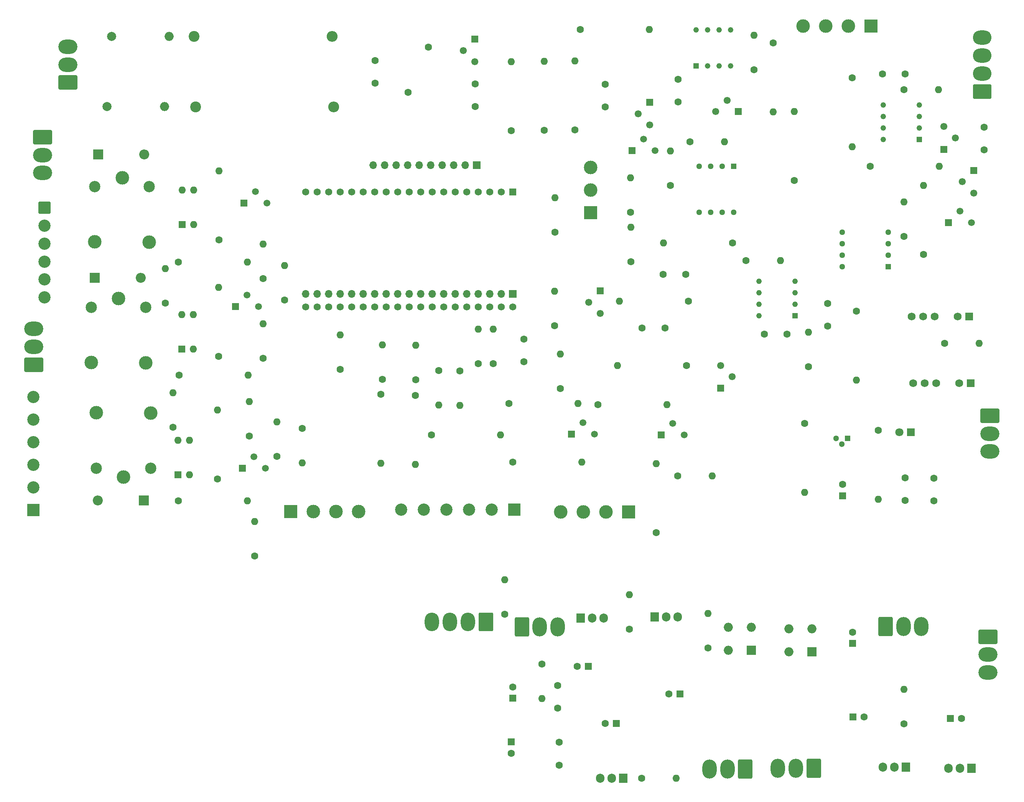
<source format=gbr>
%TF.GenerationSoftware,KiCad,Pcbnew,8.0.3*%
%TF.CreationDate,2024-10-09T15:46:37-03:00*%
%TF.ProjectId,mod_sensado_Prototipo_270624,6d6f645f-7365-46e7-9361-646f5f50726f,rev?*%
%TF.SameCoordinates,Original*%
%TF.FileFunction,Copper,L1,Top*%
%TF.FilePolarity,Positive*%
%FSLAX46Y46*%
G04 Gerber Fmt 4.6, Leading zero omitted, Abs format (unit mm)*
G04 Created by KiCad (PCBNEW 8.0.3) date 2024-10-09 15:46:37*
%MOMM*%
%LPD*%
G01*
G04 APERTURE LIST*
G04 Aperture macros list*
%AMRoundRect*
0 Rectangle with rounded corners*
0 $1 Rounding radius*
0 $2 $3 $4 $5 $6 $7 $8 $9 X,Y pos of 4 corners*
0 Add a 4 corners polygon primitive as box body*
4,1,4,$2,$3,$4,$5,$6,$7,$8,$9,$2,$3,0*
0 Add four circle primitives for the rounded corners*
1,1,$1+$1,$2,$3*
1,1,$1+$1,$4,$5*
1,1,$1+$1,$6,$7*
1,1,$1+$1,$8,$9*
0 Add four rect primitives between the rounded corners*
20,1,$1+$1,$2,$3,$4,$5,0*
20,1,$1+$1,$4,$5,$6,$7,0*
20,1,$1+$1,$6,$7,$8,$9,0*
20,1,$1+$1,$8,$9,$2,$3,0*%
G04 Aperture macros list end*
%TA.AperFunction,ComponentPad*%
%ADD10C,1.600000*%
%TD*%
%TA.AperFunction,ComponentPad*%
%ADD11O,1.600000X1.600000*%
%TD*%
%TA.AperFunction,ComponentPad*%
%ADD12R,1.905000X2.000000*%
%TD*%
%TA.AperFunction,ComponentPad*%
%ADD13O,1.905000X2.000000*%
%TD*%
%TA.AperFunction,ComponentPad*%
%ADD14R,1.500000X1.500000*%
%TD*%
%TA.AperFunction,ComponentPad*%
%ADD15C,1.500000*%
%TD*%
%TA.AperFunction,ComponentPad*%
%ADD16R,2.000000X2.000000*%
%TD*%
%TA.AperFunction,ComponentPad*%
%ADD17O,2.000000X2.000000*%
%TD*%
%TA.AperFunction,ComponentPad*%
%ADD18R,1.560000X1.560000*%
%TD*%
%TA.AperFunction,ComponentPad*%
%ADD19C,1.560000*%
%TD*%
%TA.AperFunction,ComponentPad*%
%ADD20RoundRect,0.250000X-1.330000X-1.850000X1.330000X-1.850000X1.330000X1.850000X-1.330000X1.850000X0*%
%TD*%
%TA.AperFunction,ComponentPad*%
%ADD21O,3.160000X4.200000*%
%TD*%
%TA.AperFunction,ComponentPad*%
%ADD22RoundRect,0.250000X1.850000X-1.330000X1.850000X1.330000X-1.850000X1.330000X-1.850000X-1.330000X0*%
%TD*%
%TA.AperFunction,ComponentPad*%
%ADD23O,4.200000X3.160000*%
%TD*%
%TA.AperFunction,ComponentPad*%
%ADD24R,1.600000X1.600000*%
%TD*%
%TA.AperFunction,ComponentPad*%
%ADD25R,3.000000X3.000000*%
%TD*%
%TA.AperFunction,ComponentPad*%
%ADD26C,3.000000*%
%TD*%
%TA.AperFunction,ComponentPad*%
%ADD27R,1.550000X1.550000*%
%TD*%
%TA.AperFunction,ComponentPad*%
%ADD28C,1.550000*%
%TD*%
%TA.AperFunction,ComponentPad*%
%ADD29C,2.400000*%
%TD*%
%TA.AperFunction,ComponentPad*%
%ADD30O,2.400000X2.400000*%
%TD*%
%TA.AperFunction,ComponentPad*%
%ADD31R,1.730000X1.730000*%
%TD*%
%TA.AperFunction,ComponentPad*%
%ADD32C,1.730000*%
%TD*%
%TA.AperFunction,ComponentPad*%
%ADD33C,2.500000*%
%TD*%
%TA.AperFunction,ComponentPad*%
%ADD34R,2.200000X2.200000*%
%TD*%
%TA.AperFunction,ComponentPad*%
%ADD35O,2.200000X2.200000*%
%TD*%
%TA.AperFunction,ComponentPad*%
%ADD36RoundRect,0.250000X-1.850000X1.330000X-1.850000X-1.330000X1.850000X-1.330000X1.850000X1.330000X0*%
%TD*%
%TA.AperFunction,ComponentPad*%
%ADD37C,2.000000*%
%TD*%
%TA.AperFunction,ComponentPad*%
%ADD38R,1.210000X1.210000*%
%TD*%
%TA.AperFunction,ComponentPad*%
%ADD39C,1.210000*%
%TD*%
%TA.AperFunction,ComponentPad*%
%ADD40R,1.800000X1.800000*%
%TD*%
%TA.AperFunction,ComponentPad*%
%ADD41C,1.800000*%
%TD*%
%TA.AperFunction,ComponentPad*%
%ADD42R,2.700000X2.700000*%
%TD*%
%TA.AperFunction,ComponentPad*%
%ADD43C,2.700000*%
%TD*%
%TA.AperFunction,ComponentPad*%
%ADD44R,1.298000X1.298000*%
%TD*%
%TA.AperFunction,ComponentPad*%
%ADD45C,1.298000*%
%TD*%
%TA.AperFunction,ComponentPad*%
%ADD46RoundRect,0.250000X1.330000X1.800000X-1.330000X1.800000X-1.330000X-1.800000X1.330000X-1.800000X0*%
%TD*%
%TA.AperFunction,ComponentPad*%
%ADD47O,3.160000X4.100000*%
%TD*%
%TA.AperFunction,ComponentPad*%
%ADD48RoundRect,0.250001X-1.099999X1.099999X-1.099999X-1.099999X1.099999X-1.099999X1.099999X1.099999X0*%
%TD*%
%TA.AperFunction,ComponentPad*%
%ADD49R,1.700000X1.700000*%
%TD*%
%TA.AperFunction,ComponentPad*%
%ADD50O,1.700000X1.700000*%
%TD*%
%TA.AperFunction,ComponentPad*%
%ADD51RoundRect,0.250000X1.330000X1.850000X-1.330000X1.850000X-1.330000X-1.850000X1.330000X-1.850000X0*%
%TD*%
%TA.AperFunction,ComponentPad*%
%ADD52R,1.300000X1.300000*%
%TD*%
%TA.AperFunction,ComponentPad*%
%ADD53C,1.300000*%
%TD*%
%TA.AperFunction,ComponentPad*%
%ADD54RoundRect,0.250000X1.800000X-1.330000X1.800000X1.330000X-1.800000X1.330000X-1.800000X-1.330000X0*%
%TD*%
%TA.AperFunction,ComponentPad*%
%ADD55O,4.100000X3.160000*%
%TD*%
G04 APERTURE END LIST*
D10*
%TO.P,RC21,1*%
%TO.N,Net-(CV10-Pad1)*%
X204450000Y-86310000D03*
D11*
%TO.P,RC21,2*%
%TO.N,Net-(RC21-Pad2)*%
X204450000Y-101550000D03*
%TD*%
D12*
%TO.P,U2,1,VI*%
%TO.N,Net-(U2-VI)*%
X215430000Y-187050000D03*
D13*
%TO.P,U2,2,GND*%
%TO.N,GND4*%
X212890000Y-187050000D03*
%TO.P,U2,3,VO*%
%TO.N,+15VCC1*%
X210350000Y-187050000D03*
%TD*%
D10*
%TO.P,CV10,1*%
%TO.N,Net-(CV10-Pad1)*%
X198090000Y-84590000D03*
%TO.P,CV10,2*%
%TO.N,Net-(CV10-Pad2)*%
X198090000Y-89590000D03*
%TD*%
D14*
%TO.P,Q3,1,S*%
%TO.N,b*%
X141600000Y-113480000D03*
D15*
%TO.P,Q3,2,G*%
%TO.N,3V3*%
X144140000Y-110940000D03*
%TO.P,Q3,3,D*%
%TO.N,B*%
X146680000Y-113480000D03*
%TD*%
D16*
%TO.P,D1,1,+*%
%TO.N,Net-(D1-+)*%
X181275000Y-161245000D03*
D17*
%TO.P,D1,2*%
%TO.N,Net-(U8-VI)*%
X181275000Y-156165000D03*
%TO.P,D1,3,-*%
%TO.N,Net-(D1--)*%
X176195000Y-156165000D03*
%TO.P,D1,4*%
%TO.N,Net-(U7-VI)*%
X176195000Y-161245000D03*
%TD*%
D14*
%TO.P,Q7,1,C*%
%TO.N,Net-(D5-A)*%
X67400000Y-85280000D03*
D15*
%TO.P,Q7,2,B*%
%TO.N,Net-(Q7-B)*%
X69940000Y-82740000D03*
%TO.P,Q7,3,E*%
%TO.N,GND4*%
X72480000Y-85280000D03*
%TD*%
D18*
%TO.P,U1,J2-1,3V3*%
%TO.N,3V3*%
X128630000Y-59970000D03*
D19*
%TO.P,U1,J2-2,EN*%
%TO.N,unconnected-(U1-EN-PadJ2-2)*%
X126090000Y-59970000D03*
%TO.P,U1,J2-3,SENSOR_VP*%
%TO.N,1*%
X123550000Y-59970000D03*
%TO.P,U1,J2-4,SENSOR_VN*%
%TO.N,2*%
X121010000Y-59970000D03*
%TO.P,U1,J2-5,IO34*%
%TO.N,temp*%
X118470000Y-59970000D03*
%TO.P,U1,J2-6,IO35*%
%TO.N,VOLTAJE*%
X115930000Y-59970000D03*
%TO.P,U1,J2-7,IO32*%
%TO.N,3*%
X113390000Y-59970000D03*
%TO.P,U1,J2-8,IO33*%
%TO.N,4*%
X110850000Y-59970000D03*
%TO.P,U1,J2-9,IO25*%
%TO.N,a*%
X108310000Y-59970000D03*
%TO.P,U1,J2-10,IO26*%
%TO.N,b*%
X105770000Y-59970000D03*
%TO.P,U1,J2-11,IO27*%
%TO.N,5*%
X103230000Y-59970000D03*
%TO.P,U1,J2-12,IO14*%
%TO.N,6*%
X100690000Y-59970000D03*
%TO.P,U1,J2-13,IO12*%
%TO.N,7*%
X98150000Y-59970000D03*
%TO.P,U1,J2-14,GND1*%
%TO.N,GND2*%
X95610000Y-59970000D03*
%TO.P,U1,J2-15,IO13*%
%TO.N,8*%
X93070000Y-59970000D03*
%TO.P,U1,J2-16,SD2*%
%TO.N,unconnected-(U1-SD2-PadJ2-16)*%
X90530000Y-59970000D03*
%TO.P,U1,J2-17,SD3*%
%TO.N,unconnected-(U1-SD3-PadJ2-17)*%
X87990000Y-59970000D03*
%TO.P,U1,J2-18,CMD*%
%TO.N,GND2*%
X85450000Y-59970000D03*
%TO.P,U1,J2-19,EXT_5V*%
%TO.N,5V(uc)*%
X82910000Y-59970000D03*
%TO.P,U1,J3-1,GND3*%
%TO.N,GND2*%
X128630000Y-85370000D03*
%TO.P,U1,J3-2,IO23*%
%TO.N,Net-(J20-Pin_2)*%
X126090000Y-85370000D03*
%TO.P,U1,J3-3,IO22*%
%TO.N,SCL*%
X123550000Y-85370000D03*
%TO.P,U1,J3-4,TXD0*%
%TO.N,TX*%
X121010000Y-85370000D03*
%TO.P,U1,J3-5,RXD0*%
%TO.N,RX*%
X118470000Y-85370000D03*
%TO.P,U1,J3-6,IO21*%
%TO.N,SDA*%
X115930000Y-85370000D03*
%TO.P,U1,J3-7,GND2*%
%TO.N,GND2*%
X113390000Y-85370000D03*
%TO.P,U1,J3-8,IO19*%
%TO.N,Net-(J20-Pin_8)*%
X110850000Y-85370000D03*
%TO.P,U1,J3-9,IO18*%
%TO.N,Net-(J20-Pin_9)*%
X108310000Y-85370000D03*
%TO.P,U1,J3-10,IO5*%
%TO.N,Net-(J20-Pin_10)*%
X105770000Y-85370000D03*
%TO.P,U1,J3-11,IO17*%
%TO.N,TX2*%
X103230000Y-85370000D03*
%TO.P,U1,J3-12,IO16*%
%TO.N,RX2*%
X100690000Y-85370000D03*
%TO.P,U1,J3-13,IO4*%
%TO.N,IO4*%
X98150000Y-85370000D03*
%TO.P,U1,J3-14,IO0*%
%TO.N,gas_heater*%
X95610000Y-85370000D03*
%TO.P,U1,J3-15,IO2*%
%TO.N,IO2*%
X93070000Y-85370000D03*
%TO.P,U1,J3-16,IO15*%
%TO.N,CORRIENTE*%
X90530000Y-85370000D03*
%TO.P,U1,J3-17,SD1*%
%TO.N,Net-(J20-Pin_17)*%
X87990000Y-85370000D03*
%TO.P,U1,J3-18,SD0*%
%TO.N,Net-(J20-Pin_18)*%
X85450000Y-85370000D03*
%TO.P,U1,J3-19,CLK*%
%TO.N,Net-(J20-Pin_19)*%
X82910000Y-85370000D03*
%TD*%
D20*
%TO.P,J13,1,Pin_1*%
%TO.N,GND4*%
X210905000Y-155965000D03*
D21*
%TO.P,J13,2,Pin_2*%
%TO.N,unconnected-(J13-Pin_2-Pad2)*%
X214865000Y-155965000D03*
%TO.P,J13,3,Pin_3*%
%TO.N,Net-(J12-Pin_3)*%
X218825000Y-155965000D03*
%TD*%
D22*
%TO.P,J17,1,Pin_1*%
%TO.N,VCC2*%
X22900000Y-98110000D03*
D23*
%TO.P,J17,2,Pin_2*%
%TO.N,GND3*%
X22900000Y-94150000D03*
%TO.P,J17,3,Pin_3*%
X22900000Y-90190000D03*
%TD*%
D10*
%TO.P,RV16,1*%
%TO.N,Net-(D6-A)*%
X209340000Y-112610000D03*
D11*
%TO.P,RV16,2*%
%TO.N,VCC1*%
X209340000Y-127850000D03*
%TD*%
D24*
%TO.P,C18,1*%
%TO.N,GND3*%
X151480000Y-177360000D03*
D10*
%TO.P,C18,2*%
%TO.N,-15VCC*%
X148980000Y-177360000D03*
%TD*%
D25*
%TO.P,J8,1,Pin_1*%
%TO.N,5V(uc)*%
X145827500Y-64522500D03*
D26*
%TO.P,J8,2,Pin_2*%
%TO.N,temp*%
X145827500Y-59522500D03*
%TO.P,J8,3,Pin_3*%
%TO.N,GND2*%
X145827500Y-54522500D03*
%TD*%
D27*
%TO.P,RC16,1,1*%
%TO.N,Net-(Cc9-Pad1)*%
X230380000Y-55200000D03*
D28*
%TO.P,RC16,2,2*%
X227880000Y-57700000D03*
%TO.P,RC16,3,3*%
%TO.N,Net-(Q2-B)*%
X230380000Y-60200000D03*
%TD*%
D10*
%TO.P,F2,1*%
%TO.N,Net-(Q1-E)*%
X163450000Y-58490000D03*
D11*
%TO.P,F2,2*%
X163450000Y-50870000D03*
%TD*%
D24*
%TO.P,C19,1*%
%TO.N,Net-(U2-VI)*%
X203660000Y-159720000D03*
D10*
%TO.P,C19,2*%
%TO.N,GND4*%
X203660000Y-157220000D03*
%TD*%
D29*
%TO.P,RV1,1*%
%TO.N,Net-(L1-Pad2)*%
X58285000Y-25610000D03*
D30*
%TO.P,RV1,2*%
%TO.N,Net-(CV1-Pad1)*%
X88765000Y-25610000D03*
%TD*%
D10*
%TO.P,P11,1*%
%TO.N,GND2*%
X71630000Y-140370000D03*
D11*
%TO.P,P11,2*%
X71630000Y-132750000D03*
%TD*%
D10*
%TO.P,F10,1*%
%TO.N,TX2*%
X116970000Y-99540000D03*
D11*
%TO.P,F10,2*%
X116970000Y-107160000D03*
%TD*%
D10*
%TO.P,RV18,1*%
%TO.N,SDA*%
X99530000Y-104700000D03*
D11*
%TO.P,RV18,2*%
%TO.N,5V(uc)*%
X99530000Y-119940000D03*
%TD*%
D10*
%TO.P,F5,1*%
%TO.N,Net-(Cc9-Pad2)*%
X214990000Y-69800000D03*
D11*
%TO.P,F5,2*%
X214990000Y-62180000D03*
%TD*%
D31*
%TO.P,PS1,1,+VIN*%
%TO.N,Net-(J12-Pin_3)*%
X229370000Y-87440000D03*
D32*
%TO.P,PS1,2,-VIN*%
%TO.N,GND4*%
X226830000Y-87440000D03*
%TO.P,PS1,4,NC*%
%TO.N,unconnected-(PS1-NC-Pad4)*%
X221750000Y-87440000D03*
%TO.P,PS1,5,-VOUT*%
%TO.N,GND2*%
X219210000Y-87440000D03*
%TO.P,PS1,6,+VOUT*%
%TO.N,5V(uc)*%
X216670000Y-87440000D03*
%TD*%
D26*
%TO.P,K1,1*%
%TO.N,C1*%
X42390000Y-56820000D03*
D33*
%TO.P,K1,2*%
%TO.N,+15VCC1*%
X36340000Y-58770000D03*
D26*
%TO.P,K1,3*%
%TO.N,NA1*%
X36340000Y-70970000D03*
%TO.P,K1,4*%
%TO.N,NC1*%
X48390000Y-71020000D03*
D33*
%TO.P,K1,5*%
%TO.N,Net-(D3-A)*%
X48340000Y-58770000D03*
%TD*%
D10*
%TO.P,F8,1*%
%TO.N,TX*%
X124310000Y-97880000D03*
D11*
%TO.P,F8,2*%
X124310000Y-90260000D03*
%TD*%
D10*
%TO.P,P7,1*%
%TO.N,gas_heater*%
X90510000Y-99170000D03*
D11*
%TO.P,P7,2*%
X90510000Y-91550000D03*
%TD*%
D34*
%TO.P,D5,1,K*%
%TO.N,+15VCC1*%
X36290000Y-78900000D03*
D35*
%TO.P,D5,2,A*%
%TO.N,Net-(D5-A)*%
X46450000Y-78900000D03*
%TD*%
D10*
%TO.P,P1,1*%
%TO.N,GND1*%
X167710000Y-48830000D03*
D11*
%TO.P,P1,2*%
X175330000Y-48830000D03*
%TD*%
D10*
%TO.P,RE2,1*%
%TO.N,5V(uc)*%
X128620000Y-119610000D03*
D11*
%TO.P,RE2,2*%
%TO.N,B*%
X143860000Y-119610000D03*
%TD*%
D10*
%TO.P,RC1,1*%
%TO.N,Net-(RC1-Pad1)*%
X54810000Y-75470000D03*
D11*
%TO.P,RC1,2*%
%TO.N,IO2*%
X70050000Y-75470000D03*
%TD*%
D24*
%TO.P,U9,1*%
%TO.N,Net-(RC5-Pad1)*%
X55535000Y-94660000D03*
D11*
%TO.P,U9,2*%
%TO.N,GND2*%
X58075000Y-94660000D03*
%TO.P,U9,3*%
%TO.N,Net-(RC6-Pad2)*%
X58075000Y-87040000D03*
%TO.P,U9,4*%
%TO.N,+15VCC1*%
X55535000Y-87040000D03*
%TD*%
D24*
%TO.P,U4,1*%
%TO.N,Net-(RC1-Pad1)*%
X55595000Y-67180000D03*
D11*
%TO.P,U4,2*%
%TO.N,GND2*%
X58135000Y-67180000D03*
%TO.P,U4,3*%
%TO.N,Net-(RC2-Pad2)*%
X58135000Y-59560000D03*
%TO.P,U4,4*%
%TO.N,+15VCC1*%
X55595000Y-59560000D03*
%TD*%
D27*
%TO.P,RC22,1,1*%
%TO.N,Net-(RC21-Pad2)*%
X174530000Y-103280000D03*
D28*
%TO.P,RC22,2,2*%
X177030000Y-100780000D03*
%TO.P,RC22,3,3*%
%TO.N,Net-(CV10-Pad2)*%
X174530000Y-98280000D03*
%TD*%
D10*
%TO.P,P24,1*%
%TO.N,3V3*%
X137900000Y-68860000D03*
D11*
%TO.P,P24,2*%
X137900000Y-61240000D03*
%TD*%
D10*
%TO.P,P14,1*%
%TO.N,GND4*%
X73490000Y-79130000D03*
D11*
%TO.P,P14,2*%
X73490000Y-71510000D03*
%TD*%
D10*
%TO.P,F9,1*%
%TO.N,RX*%
X121000000Y-97860000D03*
D11*
%TO.P,F9,2*%
X121000000Y-90240000D03*
%TD*%
D10*
%TO.P,F6,1*%
%TO.N,GND1*%
X223920000Y-93370000D03*
D11*
%TO.P,F6,2*%
X231540000Y-93370000D03*
%TD*%
D10*
%TO.P,RV15,1*%
%TO.N,Net-(CV5-Pad2)*%
X177100000Y-71180000D03*
D11*
%TO.P,RV15,2*%
%TO.N,VOLTAJE*%
X161860000Y-71180000D03*
%TD*%
D12*
%TO.P,U8,1,GND*%
%TO.N,GND3*%
X152990000Y-189530000D03*
D13*
%TO.P,U8,2,VI*%
%TO.N,Net-(U8-VI)*%
X150450000Y-189530000D03*
%TO.P,U8,3,VO*%
%TO.N,-15VCC*%
X147910000Y-189530000D03*
%TD*%
D20*
%TO.P,J16,1,Pin_1*%
%TO.N,VCC2*%
X130610000Y-156060000D03*
D21*
%TO.P,J16,2,Pin_2*%
%TO.N,GND3*%
X134570000Y-156060000D03*
%TO.P,J16,3,Pin_3*%
X138530000Y-156060000D03*
%TD*%
D25*
%TO.P,J5,1,Pin_1*%
%TO.N,GND3*%
X207730000Y-23280000D03*
D26*
%TO.P,J5,2,Pin_2*%
%TO.N,+15VCC*%
X202730000Y-23280000D03*
%TO.P,J5,3,Pin_3*%
%TO.N,se\u00F1al HALL*%
X197730000Y-23280000D03*
%TO.P,J5,4,Pin_4*%
%TO.N,-15VCC*%
X192730000Y-23280000D03*
%TD*%
D36*
%TO.P,J12,1,Pin_1*%
%TO.N,GND4*%
X233970000Y-109390000D03*
D23*
%TO.P,J12,2,Pin_2*%
%TO.N,unconnected-(J12-Pin_2-Pad2)*%
X233970000Y-113350000D03*
%TO.P,J12,3,Pin_3*%
%TO.N,Net-(J12-Pin_3)*%
X233970000Y-117310000D03*
%TD*%
D10*
%TO.P,RV10,1*%
%TO.N,GND1*%
X142340000Y-46280000D03*
D11*
%TO.P,RV10,2*%
%TO.N,Net-(CV3-Pad1)*%
X142340000Y-31040000D03*
%TD*%
D10*
%TO.P,P17,1*%
%TO.N,VCC2*%
X126850000Y-153280000D03*
D11*
%TO.P,P17,2*%
X126850000Y-145660000D03*
%TD*%
D24*
%TO.P,C1,1*%
%TO.N,VCC2*%
X165550000Y-170910000D03*
D10*
%TO.P,C1,2*%
%TO.N,GND3*%
X163050000Y-170910000D03*
%TD*%
%TO.P,CV5,1*%
%TO.N,Net-(CV5-Pad1)*%
X162190000Y-89990000D03*
%TO.P,CV5,2*%
%TO.N,Net-(CV5-Pad2)*%
X157190000Y-89990000D03*
%TD*%
%TO.P,P12,1*%
%TO.N,GND3*%
X157050000Y-189480000D03*
D11*
%TO.P,P12,2*%
X164670000Y-189480000D03*
%TD*%
D27*
%TO.P,RV4,1,1*%
%TO.N,Net-(CV4-Pad1)*%
X158810000Y-40150000D03*
D28*
%TO.P,RV4,2,2*%
X156310000Y-42650000D03*
%TO.P,RV4,3,3*%
%TO.N,Net-(Q1-B)*%
X158810000Y-45150000D03*
%TD*%
D14*
%TO.P,Q5,1,C*%
%TO.N,Net-(D3-A)*%
X69290000Y-62400000D03*
D15*
%TO.P,Q5,2,B*%
%TO.N,Net-(Q5-B)*%
X71830000Y-59860000D03*
%TO.P,Q5,3,E*%
%TO.N,GND4*%
X74370000Y-62400000D03*
%TD*%
D10*
%TO.P,P5,1*%
%TO.N,GND4*%
X73500000Y-96720000D03*
D11*
%TO.P,P5,2*%
X73500000Y-89100000D03*
%TD*%
D10*
%TO.P,RV17,1*%
%TO.N,Net-(RV17-Pad1)*%
X193050000Y-111102651D03*
D11*
%TO.P,RV17,2*%
%TO.N,VCC1*%
X193050000Y-126342651D03*
%TD*%
D37*
%TO.P,L2,1,1*%
%TO.N,Net-(J1-Pin_3)*%
X40090000Y-25570000D03*
D17*
%TO.P,L2,2,2*%
%TO.N,Net-(L1-Pad2)*%
X52790000Y-25570000D03*
%TD*%
D38*
%TO.P,UV1,1*%
%TO.N,Net-(CV4-Pad1)*%
X169080000Y-32107500D03*
D39*
%TO.P,UV1,2*%
%TO.N,Net-(CV4-Pad2)*%
X171620000Y-32107500D03*
%TO.P,UV1,3*%
%TO.N,GND1*%
X174160000Y-32107500D03*
%TO.P,UV1,4*%
X176700000Y-32107500D03*
%TO.P,UV1,5*%
%TO.N,Net-(RV5-Pad2)*%
X176700000Y-24167500D03*
%TO.P,UV1,6*%
%TO.N,Net-(RV7-Pad1)*%
X174160000Y-24167500D03*
%TO.P,UV1,7*%
X171620000Y-24167500D03*
%TO.P,UV1,8*%
%TO.N,VCC1*%
X169080000Y-24167500D03*
%TD*%
D10*
%TO.P,CV4,1*%
%TO.N,Net-(CV4-Pad1)*%
X165110000Y-35040000D03*
%TO.P,CV4,2*%
%TO.N,Net-(CV4-Pad2)*%
X165110000Y-40040000D03*
%TD*%
D27*
%TO.P,RV14,1,1*%
%TO.N,Net-(RV13-Pad2)*%
X147880000Y-81810000D03*
D28*
%TO.P,RV14,2,2*%
X145380000Y-84310000D03*
%TO.P,RV14,3,3*%
%TO.N,Net-(CV5-Pad2)*%
X147880000Y-86810000D03*
%TD*%
D10*
%TO.P,RV8,1*%
%TO.N,GND1*%
X128320000Y-46390000D03*
D11*
%TO.P,RV8,2*%
%TO.N,Net-(CV3-Pad1)*%
X128320000Y-31150000D03*
%TD*%
D10*
%TO.P,RE3,1*%
%TO.N,5V(uc)*%
X160280000Y-135190000D03*
D11*
%TO.P,RE3,2*%
%TO.N,A*%
X160280000Y-119950000D03*
%TD*%
D10*
%TO.P,P3,1*%
%TO.N,GND1*%
X181880000Y-32980000D03*
D11*
%TO.P,P3,2*%
X181880000Y-25360000D03*
%TD*%
D10*
%TO.P,RC3,1*%
%TO.N,Net-(RC3-Pad1)*%
X54780000Y-128190000D03*
D11*
%TO.P,RC3,2*%
%TO.N,gas_heater*%
X70020000Y-128190000D03*
%TD*%
D10*
%TO.P,P26,1*%
%TO.N,3V3*%
X139140000Y-103370000D03*
D11*
%TO.P,P26,2*%
X139140000Y-95750000D03*
%TD*%
D10*
%TO.P,CV6,1*%
%TO.N,GND2*%
X166842500Y-78140000D03*
%TO.P,CV6,2*%
%TO.N,VOLTAJE*%
X161842500Y-78140000D03*
%TD*%
%TO.P,P23,1*%
%TO.N,Net-(U2-VI)*%
X214950000Y-177450000D03*
D11*
%TO.P,P23,2*%
X214950000Y-169830000D03*
%TD*%
D10*
%TO.P,P6,1*%
%TO.N,gas_heater*%
X82140000Y-112210000D03*
D11*
%TO.P,P6,2*%
X82140000Y-119830000D03*
%TD*%
D24*
%TO.P,C21,1*%
%TO.N,Net-(J12-Pin_3)*%
X225190000Y-176320000D03*
D10*
%TO.P,C21,2*%
%TO.N,GND4*%
X227690000Y-176320000D03*
%TD*%
D24*
%TO.P,C17,1*%
%TO.N,+15VCC*%
X145330000Y-164770000D03*
D10*
%TO.P,C17,2*%
%TO.N,GND3*%
X142830000Y-164770000D03*
%TD*%
%TO.P,P8,1*%
%TO.N,+15VCC1*%
X51910000Y-84540000D03*
D11*
%TO.P,P8,2*%
X51910000Y-76920000D03*
%TD*%
D12*
%TO.P,U3,1,VI*%
%TO.N,+15VCC1*%
X229880000Y-187265000D03*
D13*
%TO.P,U3,2,GND*%
%TO.N,GND4*%
X227340000Y-187265000D03*
%TO.P,U3,3,VO*%
%TO.N,Net-(J12-Pin_3)*%
X224800000Y-187265000D03*
%TD*%
D10*
%TO.P,RC17,1*%
%TO.N,se\u00F1al HALL*%
X203570000Y-34690000D03*
D11*
%TO.P,RC17,2*%
%TO.N,Net-(RC17-Pad2)*%
X203570000Y-49930000D03*
%TD*%
D24*
%TO.P,C20,1*%
%TO.N,+15VCC1*%
X203700000Y-175970000D03*
D10*
%TO.P,C20,2*%
%TO.N,GND4*%
X206200000Y-175970000D03*
%TD*%
%TO.P,F7,1*%
%TO.N,GND2*%
X180110000Y-75080000D03*
D11*
%TO.P,F7,2*%
X187730000Y-75080000D03*
%TD*%
D10*
%TO.P,P20,1*%
%TO.N,GND2*%
X165000000Y-122740000D03*
D11*
%TO.P,P20,2*%
X172620000Y-122740000D03*
%TD*%
D10*
%TO.P,RC19,1*%
%TO.N,Net-(RC19-Pad1)*%
X207540000Y-54290000D03*
D11*
%TO.P,RC19,2*%
%TO.N,Net-(RC18-Pad1)*%
X222780000Y-54290000D03*
%TD*%
D40*
%TO.P,D6,1,K*%
%TO.N,GND1*%
X216530000Y-113020000D03*
D41*
%TO.P,D6,2,A*%
%TO.N,Net-(D6-A)*%
X213990000Y-113020000D03*
%TD*%
D10*
%TO.P,P4,1*%
%TO.N,GND4*%
X76580000Y-118410000D03*
D11*
%TO.P,P4,2*%
X76580000Y-110790000D03*
%TD*%
D10*
%TO.P,F4,1*%
%TO.N,VCC2*%
X214950000Y-37350000D03*
D11*
%TO.P,F4,2*%
X222570000Y-37350000D03*
%TD*%
D10*
%TO.P,CV8,1*%
%TO.N,VCC1*%
X221550000Y-128220000D03*
%TO.P,CV8,2*%
%TO.N,GND1*%
X221550000Y-123220000D03*
%TD*%
D42*
%TO.P,J11,1,Pin_1*%
%TO.N,5V(uc)*%
X128970000Y-130190000D03*
D43*
%TO.P,J11,2,Pin_2*%
%TO.N,TX*%
X123970000Y-130190000D03*
%TO.P,J11,3,Pin_3*%
%TO.N,RX*%
X118970000Y-130190000D03*
%TO.P,J11,4,Pin_4*%
%TO.N,TX2*%
X113970000Y-130190000D03*
%TO.P,J11,5,Pin_5*%
%TO.N,RX2*%
X108970000Y-130190000D03*
%TO.P,J11,6,Pin_6*%
%TO.N,GND2*%
X103970000Y-130190000D03*
%TD*%
D10*
%TO.P,F11,1*%
%TO.N,RX2*%
X112270000Y-99390000D03*
D11*
%TO.P,F11,2*%
X112270000Y-107010000D03*
%TD*%
D10*
%TO.P,P18,1*%
%TO.N,VCC2*%
X171730000Y-160750000D03*
D11*
%TO.P,P18,2*%
X171730000Y-153130000D03*
%TD*%
D10*
%TO.P,CV3,1*%
%TO.N,Net-(CV3-Pad1)*%
X120280000Y-36050000D03*
%TO.P,CV3,2*%
%TO.N,GND1*%
X120280000Y-41050000D03*
%TD*%
%TO.P,P25,1*%
%TO.N,3V3*%
X137850000Y-89500000D03*
D11*
%TO.P,P25,2*%
X137850000Y-81880000D03*
%TD*%
D12*
%TO.P,U7,1,VI*%
%TO.N,Net-(U7-VI)*%
X143610000Y-154150000D03*
D13*
%TO.P,U7,2,GND*%
%TO.N,GND3*%
X146150000Y-154150000D03*
%TO.P,U7,3,VO*%
%TO.N,+15VCC*%
X148690000Y-154150000D03*
%TD*%
D25*
%TO.P,J9,1,Pin_1*%
%TO.N,GND2*%
X79570000Y-130580000D03*
D26*
%TO.P,J9,2,Pin_2*%
%TO.N,SDA*%
X84570000Y-130580000D03*
%TO.P,J9,3,Pin_3*%
%TO.N,SCL*%
X89570000Y-130580000D03*
%TO.P,J9,4,Pin_4*%
%TO.N,5V(uc)*%
X94570000Y-130580000D03*
%TD*%
D10*
%TO.P,C14,1*%
%TO.N,Net-(U7-VI)*%
X138560000Y-174000000D03*
%TO.P,C14,2*%
%TO.N,GND3*%
X138560000Y-169000000D03*
%TD*%
D25*
%TO.P,J2,1,Pin_1*%
%TO.N,GND2*%
X154160000Y-130680000D03*
D26*
%TO.P,J2,2,Pin_2*%
%TO.N,A*%
X149160000Y-130680000D03*
%TO.P,J2,3,Pin_3*%
%TO.N,B*%
X144160000Y-130680000D03*
%TO.P,J2,4,Pin_4*%
%TO.N,5V(uc)*%
X139160000Y-130680000D03*
%TD*%
%TO.P,K2,1*%
%TO.N,C2*%
X42660000Y-122970000D03*
D33*
%TO.P,K2,2*%
%TO.N,+15VCC1*%
X48710000Y-121020000D03*
D26*
%TO.P,K2,3*%
%TO.N,VCC2*%
X48710000Y-108820000D03*
%TO.P,K2,4*%
%TO.N,unconnected-(K2-Pad4)*%
X36660000Y-108770000D03*
D33*
%TO.P,K2,5*%
%TO.N,Net-(D4-A)*%
X36710000Y-121020000D03*
%TD*%
D10*
%TO.P,P2,1*%
%TO.N,5V(uc)*%
X154700000Y-75390000D03*
D11*
%TO.P,P2,2*%
X154700000Y-67770000D03*
%TD*%
D44*
%TO.P,UC5,1*%
%TO.N,Net-(Q2-E)*%
X211510000Y-76480000D03*
D45*
%TO.P,UC5,2*%
%TO.N,Net-(RC20-Pad1)*%
X211510000Y-73940000D03*
%TO.P,UC5,3*%
%TO.N,Net-(Cc9-Pad2)*%
X211510000Y-71400000D03*
%TO.P,UC5,4*%
%TO.N,GND3*%
X211510000Y-68860000D03*
%TO.P,UC5,5*%
%TO.N,GND2*%
X201350000Y-68860000D03*
%TO.P,UC5,6*%
%TO.N,Net-(CV10-Pad1)*%
X201350000Y-71400000D03*
%TO.P,UC5,7*%
%TO.N,unconnected-(UC5-Pad7)*%
X201350000Y-73940000D03*
%TO.P,UC5,8*%
%TO.N,unconnected-(UC5-Pad8)*%
X201350000Y-76480000D03*
%TD*%
D10*
%TO.P,RV19,1*%
%TO.N,SCL*%
X107090000Y-104900000D03*
D11*
%TO.P,RV19,2*%
%TO.N,5V(uc)*%
X107090000Y-120140000D03*
%TD*%
D10*
%TO.P,P10,1*%
%TO.N,GND2*%
X70450000Y-113910000D03*
D11*
%TO.P,P10,2*%
X70450000Y-106290000D03*
%TD*%
D46*
%TO.P,J15,1,Pin_1*%
%TO.N,VCC2*%
X122670000Y-154970000D03*
D47*
%TO.P,J15,2,Pin_2*%
%TO.N,+15VCC*%
X118710000Y-154970000D03*
%TO.P,J15,3,Pin_3*%
%TO.N,GND3*%
X114750000Y-154970000D03*
%TO.P,J15,4,Pin_4*%
%TO.N,-15VCC*%
X110790000Y-154970000D03*
%TD*%
D10*
%TO.P,C16,1*%
%TO.N,GND3*%
X138870000Y-181580000D03*
%TO.P,C16,2*%
%TO.N,Net-(U8-VI)*%
X138870000Y-186580000D03*
%TD*%
D24*
%TO.P,C13,1*%
%TO.N,Net-(U7-VI)*%
X128640000Y-171820000D03*
D10*
%TO.P,C13,2*%
%TO.N,GND3*%
X128640000Y-169320000D03*
%TD*%
%TO.P,CV1,1*%
%TO.N,Net-(CV1-Pad1)*%
X98230000Y-30890000D03*
%TO.P,CV1,2*%
%TO.N,GND1*%
X98230000Y-35890000D03*
%TD*%
%TO.P,RC20,1*%
%TO.N,Net-(RC20-Pad1)*%
X219270000Y-73790000D03*
D11*
%TO.P,RC20,2*%
%TO.N,VCC2*%
X219270000Y-58550000D03*
%TD*%
D48*
%TO.P,J6,1,Pin_1*%
%TO.N,C1*%
X25200000Y-63460000D03*
D43*
%TO.P,J6,2,Pin_2*%
%TO.N,NC1*%
X25200000Y-67420000D03*
%TO.P,J6,3,Pin_3*%
%TO.N,NA1*%
X25200000Y-71380000D03*
%TO.P,J6,4,Pin_4*%
%TO.N,C3*%
X25200000Y-75340000D03*
%TO.P,J6,5,Pin_5*%
%TO.N,NC3*%
X25200000Y-79300000D03*
%TO.P,J6,6,Pin_6*%
%TO.N,NA3*%
X25200000Y-83260000D03*
%TD*%
D49*
%TO.P,J20,1,Pin_1*%
%TO.N,GND2*%
X128590000Y-82490000D03*
D50*
%TO.P,J20,2,Pin_2*%
%TO.N,Net-(J20-Pin_2)*%
X126050000Y-82490000D03*
%TO.P,J20,3,Pin_3*%
%TO.N,SCL*%
X123510000Y-82490000D03*
%TO.P,J20,4,Pin_4*%
%TO.N,TX*%
X120970000Y-82490000D03*
%TO.P,J20,5,Pin_5*%
%TO.N,RX*%
X118430000Y-82490000D03*
%TO.P,J20,6,Pin_6*%
%TO.N,SDA*%
X115890000Y-82490000D03*
%TO.P,J20,7,Pin_7*%
%TO.N,GND2*%
X113350000Y-82490000D03*
%TO.P,J20,8,Pin_8*%
%TO.N,Net-(J20-Pin_8)*%
X110810000Y-82490000D03*
%TO.P,J20,9,Pin_9*%
%TO.N,Net-(J20-Pin_9)*%
X108270000Y-82490000D03*
%TO.P,J20,10,Pin_10*%
%TO.N,Net-(J20-Pin_10)*%
X105730000Y-82490000D03*
%TO.P,J20,11,Pin_11*%
%TO.N,TX2*%
X103190000Y-82490000D03*
%TO.P,J20,12,Pin_12*%
%TO.N,RX2*%
X100650000Y-82490000D03*
%TO.P,J20,13,Pin_13*%
%TO.N,IO4*%
X98110000Y-82490000D03*
%TO.P,J20,14,Pin_14*%
%TO.N,gas_heater*%
X95570000Y-82490000D03*
%TO.P,J20,15,Pin_15*%
%TO.N,IO2*%
X93030000Y-82490000D03*
%TO.P,J20,16,Pin_16*%
%TO.N,CORRIENTE*%
X90490000Y-82490000D03*
%TO.P,J20,17,Pin_17*%
%TO.N,Net-(J20-Pin_17)*%
X87950000Y-82490000D03*
%TO.P,J20,18,Pin_18*%
%TO.N,Net-(J20-Pin_18)*%
X85410000Y-82490000D03*
%TO.P,J20,19,Pin_19*%
%TO.N,Net-(J20-Pin_19)*%
X82870000Y-82490000D03*
%TD*%
D10*
%TO.P,P19,1*%
%TO.N,Net-(U7-VI)*%
X135060000Y-164240000D03*
D11*
%TO.P,P19,2*%
X135060000Y-171860000D03*
%TD*%
D10*
%TO.P,RE4,1*%
%TO.N,a*%
X147440000Y-106950000D03*
D11*
%TO.P,RE4,2*%
%TO.N,3V3*%
X162680000Y-106950000D03*
%TD*%
D10*
%TO.P,Cc12,1*%
%TO.N,GND2*%
X131080000Y-92470000D03*
%TO.P,Cc12,2*%
%TO.N,CORRIENTE*%
X131080000Y-97470000D03*
%TD*%
D44*
%TO.P,UV2,1*%
%TO.N,Net-(Q1-E)*%
X177350000Y-54300000D03*
D45*
%TO.P,UV2,2*%
%TO.N,Net-(RV12-Pad1)*%
X174810000Y-54300000D03*
%TO.P,UV2,3*%
%TO.N,Net-(CV4-Pad2)*%
X172270000Y-54300000D03*
%TO.P,UV2,4*%
%TO.N,GND1*%
X169730000Y-54300000D03*
%TO.P,UV2,5*%
%TO.N,GND2*%
X169730000Y-64460000D03*
%TO.P,UV2,6*%
%TO.N,Net-(CV5-Pad1)*%
X172270000Y-64460000D03*
%TO.P,UV2,7*%
%TO.N,unconnected-(UV2-Pad7)*%
X174810000Y-64460000D03*
%TO.P,UV2,8*%
%TO.N,unconnected-(UV2-Pad8)*%
X177350000Y-64460000D03*
%TD*%
D10*
%TO.P,P22,1*%
%TO.N,5V(uc)*%
X154640000Y-64440000D03*
D11*
%TO.P,P22,2*%
X154640000Y-56820000D03*
%TD*%
D10*
%TO.P,RV3,1*%
%TO.N,Net-(CV1-Pad1)*%
X109980000Y-27940000D03*
%TO.P,RV3,2*%
%TO.N,GND1*%
X105480000Y-37940000D03*
%TD*%
D51*
%TO.P,J3,1,Pin_1*%
%TO.N,Net-(D1-+)*%
X179960000Y-187490000D03*
D21*
%TO.P,J3,2,Pin_2*%
%TO.N,GND3*%
X176000000Y-187490000D03*
%TO.P,J3,3,Pin_3*%
%TO.N,Net-(D1--)*%
X172040000Y-187490000D03*
%TD*%
D10*
%TO.P,CV2,1*%
%TO.N,Net-(CV1-Pad1)*%
X149010000Y-36170000D03*
%TO.P,CV2,2*%
%TO.N,GND1*%
X149010000Y-41170000D03*
%TD*%
D31*
%TO.P,PS2,1,+VIN*%
%TO.N,Net-(J12-Pin_3)*%
X229670000Y-102180000D03*
D32*
%TO.P,PS2,2,-VIN*%
%TO.N,GND4*%
X227130000Y-102180000D03*
%TO.P,PS2,4,NC*%
%TO.N,unconnected-(PS2-NC-Pad4)*%
X222050000Y-102180000D03*
%TO.P,PS2,5,-VOUT*%
%TO.N,GND1*%
X219510000Y-102180000D03*
%TO.P,PS2,6,+VOUT*%
%TO.N,VCC1*%
X216970000Y-102180000D03*
%TD*%
D51*
%TO.P,J4,1,Pin_1*%
%TO.N,Net-(D2-+)*%
X195070000Y-187295000D03*
D21*
%TO.P,J4,2,Pin_2*%
%TO.N,unconnected-(J4-Pin_2-Pad2)*%
X191110000Y-187295000D03*
%TO.P,J4,3,Pin_3*%
%TO.N,Net-(D2--)*%
X187150000Y-187295000D03*
%TD*%
D34*
%TO.P,D4,1,K*%
%TO.N,+15VCC1*%
X47160000Y-128080000D03*
D35*
%TO.P,D4,2,A*%
%TO.N,Net-(D4-A)*%
X37000000Y-128080000D03*
%TD*%
D10*
%TO.P,RV9,1*%
%TO.N,GND1*%
X135590000Y-46340000D03*
D11*
%TO.P,RV9,2*%
%TO.N,Net-(CV3-Pad1)*%
X135590000Y-31100000D03*
%TD*%
D24*
%TO.P,C15,1*%
%TO.N,GND3*%
X128300000Y-181490000D03*
D10*
%TO.P,C15,2*%
%TO.N,Net-(U8-VI)*%
X128300000Y-183990000D03*
%TD*%
D14*
%TO.P,Q2,1,C*%
%TO.N,GND3*%
X224780000Y-66750000D03*
D15*
%TO.P,Q2,2,B*%
%TO.N,Net-(Q2-B)*%
X227320000Y-64210000D03*
%TO.P,Q2,3,E*%
%TO.N,Net-(Q2-E)*%
X229860000Y-66750000D03*
%TD*%
D36*
%TO.P,J18,1,Pin_1*%
%TO.N,GND4*%
X233535000Y-158225000D03*
D23*
%TO.P,J18,2,Pin_2*%
%TO.N,unconnected-(J18-Pin_2-Pad2)*%
X233535000Y-162185000D03*
%TO.P,J18,3,Pin_3*%
%TO.N,+15VCC1*%
X233535000Y-166145000D03*
%TD*%
D49*
%TO.P,J10,1,Pin_1*%
%TO.N,1*%
X120700000Y-54060000D03*
D50*
%TO.P,J10,2,Pin_2*%
%TO.N,2*%
X118160000Y-54060000D03*
%TO.P,J10,3,Pin_3*%
%TO.N,3*%
X115620000Y-54060000D03*
%TO.P,J10,4,Pin_4*%
%TO.N,4*%
X113080000Y-54060000D03*
%TO.P,J10,5,Pin_5*%
%TO.N,5*%
X110540000Y-54060000D03*
%TO.P,J10,6,Pin_6*%
%TO.N,6*%
X108000000Y-54060000D03*
%TO.P,J10,7,Pin_7*%
%TO.N,7*%
X105460000Y-54060000D03*
%TO.P,J10,8,Pin_8*%
%TO.N,8*%
X102920000Y-54060000D03*
%TO.P,J10,9*%
%TO.N,N/C*%
X100380000Y-54060000D03*
%TO.P,J10,10*%
X97840000Y-54060000D03*
%TD*%
D10*
%TO.P,P9,1*%
%TO.N,+15VCC1*%
X53620000Y-111910000D03*
D11*
%TO.P,P9,2*%
X53620000Y-104290000D03*
%TD*%
D24*
%TO.P,U6,1*%
%TO.N,Net-(RC3-Pad1)*%
X54735000Y-122450000D03*
D11*
%TO.P,U6,2*%
%TO.N,GND2*%
X57275000Y-122450000D03*
%TO.P,U6,3*%
%TO.N,Net-(RC4-Pad2)*%
X57275000Y-114830000D03*
%TO.P,U6,4*%
%TO.N,+15VCC1*%
X54735000Y-114830000D03*
%TD*%
D27*
%TO.P,RC18,1,1*%
%TO.N,Net-(RC18-Pad1)*%
X223820000Y-50520000D03*
D28*
%TO.P,RC18,2,2*%
X226320000Y-48020000D03*
%TO.P,RC18,3,3*%
%TO.N,Net-(Cc9-Pad2)*%
X223820000Y-45520000D03*
%TD*%
D26*
%TO.P,K3,1*%
%TO.N,C3*%
X41600000Y-83510000D03*
D33*
%TO.P,K3,2*%
%TO.N,+15VCC1*%
X35550000Y-85460000D03*
D26*
%TO.P,K3,3*%
%TO.N,NA3*%
X35550000Y-97660000D03*
%TO.P,K3,4*%
%TO.N,NC3*%
X47600000Y-97710000D03*
D33*
%TO.P,K3,5*%
%TO.N,Net-(D5-A)*%
X47550000Y-85460000D03*
%TD*%
D10*
%TO.P,P16,1*%
%TO.N,GND2*%
X78250000Y-83840000D03*
D11*
%TO.P,P16,2*%
X78250000Y-76220000D03*
%TD*%
D10*
%TO.P,CV9,1*%
%TO.N,VCC1*%
X215190000Y-128090000D03*
%TO.P,CV9,2*%
%TO.N,GND1*%
X215190000Y-123090000D03*
%TD*%
D52*
%TO.P,VR1,1*%
%TO.N,Net-(RV17-Pad1)*%
X202540000Y-114392651D03*
D53*
%TO.P,VR1,2*%
%TO.N,GND1*%
X201270000Y-115662651D03*
%TO.P,VR1,3*%
%TO.N,Net-(RV17-Pad1)*%
X200000000Y-114392651D03*
%TD*%
D14*
%TO.P,Q4,1,S*%
%TO.N,a*%
X161420000Y-113620000D03*
D15*
%TO.P,Q4,2,G*%
%TO.N,3V3*%
X163960000Y-111080000D03*
%TO.P,Q4,3,D*%
%TO.N,A*%
X166500000Y-113620000D03*
%TD*%
D36*
%TO.P,J19,1,Pin_1*%
%TO.N,GND4*%
X24810000Y-47830000D03*
D23*
%TO.P,J19,2,Pin_2*%
%TO.N,unconnected-(J19-Pin_2-Pad2)*%
X24810000Y-51790000D03*
%TO.P,J19,3,Pin_3*%
%TO.N,+15VCC1*%
X24810000Y-55750000D03*
%TD*%
D10*
%TO.P,RV12,1*%
%TO.N,Net-(RV12-Pad1)*%
X190760000Y-57430000D03*
D11*
%TO.P,RV12,2*%
%TO.N,VCC1*%
X190760000Y-42190000D03*
%TD*%
D10*
%TO.P,RC6,1*%
%TO.N,Net-(Q7-B)*%
X63670000Y-96250000D03*
D11*
%TO.P,RC6,2*%
%TO.N,Net-(RC6-Pad2)*%
X63670000Y-81010000D03*
%TD*%
D10*
%TO.P,RC4,1*%
%TO.N,Net-(Q6-B)*%
X63430000Y-123400000D03*
D11*
%TO.P,RC4,2*%
%TO.N,Net-(RC4-Pad2)*%
X63430000Y-108160000D03*
%TD*%
D42*
%TO.P,J7,1,Pin_1*%
%TO.N,SCL*%
X22810000Y-130270000D03*
D43*
%TO.P,J7,2,Pin_2*%
%TO.N,5V(uc)*%
X22810000Y-125270000D03*
%TO.P,J7,3,Pin_3*%
%TO.N,GND3*%
X22810000Y-120270000D03*
%TO.P,J7,4,Pin_4*%
%TO.N,GND2*%
X22810000Y-115270000D03*
%TO.P,J7,5,Pin_5*%
%TO.N,C2*%
X22810000Y-110270000D03*
%TO.P,J7,6,Pin_6*%
%TO.N,SDA*%
X22810000Y-105270000D03*
%TD*%
D10*
%TO.P,Cc8,1*%
%TO.N,se\u00F1al HALL*%
X210210000Y-33850000D03*
%TO.P,Cc8,2*%
%TO.N,GND3*%
X215210000Y-33850000D03*
%TD*%
%TO.P,RV13,1*%
%TO.N,Net-(CV5-Pad1)*%
X167382500Y-84090000D03*
D11*
%TO.P,RV13,2*%
%TO.N,Net-(RV13-Pad2)*%
X152142500Y-84090000D03*
%TD*%
D34*
%TO.P,D3,1,K*%
%TO.N,+15VCC1*%
X37120000Y-51650000D03*
D35*
%TO.P,D3,2,A*%
%TO.N,Net-(D3-A)*%
X47280000Y-51650000D03*
%TD*%
D10*
%TO.P,P15,1*%
%TO.N,5V(uc)*%
X110660000Y-113660000D03*
D11*
%TO.P,P15,2*%
X125900000Y-113660000D03*
%TD*%
D38*
%TO.P,UV3,1*%
%TO.N,Net-(CV10-Pad2)*%
X190910000Y-87290000D03*
D39*
%TO.P,UV3,2*%
%TO.N,Net-(CV10-Pad1)*%
X190910000Y-84750000D03*
%TO.P,UV3,3*%
%TO.N,GND2*%
X190910000Y-82210000D03*
%TO.P,UV3,4*%
X190910000Y-79670000D03*
%TO.P,UV3,5*%
X182970000Y-79670000D03*
%TO.P,UV3,6*%
%TO.N,Net-(CV5-Pad1)*%
X182970000Y-82210000D03*
%TO.P,UV3,7*%
%TO.N,Net-(CV5-Pad2)*%
X182970000Y-84750000D03*
%TO.P,UV3,8*%
%TO.N,5V(uc)*%
X182970000Y-87290000D03*
%TD*%
D10*
%TO.P,RE1,1*%
%TO.N,b*%
X127780000Y-106720000D03*
D11*
%TO.P,RE1,2*%
%TO.N,3V3*%
X143020000Y-106720000D03*
%TD*%
D10*
%TO.P,P21,1*%
%TO.N,Net-(CV10-Pad2)*%
X193870000Y-98560000D03*
D11*
%TO.P,P21,2*%
X193870000Y-90940000D03*
%TD*%
D38*
%TO.P,UC4,1*%
%TO.N,Net-(Cc9-Pad1)*%
X218327500Y-48400000D03*
D39*
%TO.P,UC4,2*%
%TO.N,Net-(Cc9-Pad2)*%
X218327500Y-45860000D03*
%TO.P,UC4,3*%
%TO.N,GND1*%
X218327500Y-43320000D03*
%TO.P,UC4,4*%
%TO.N,GND3*%
X218327500Y-40780000D03*
%TO.P,UC4,5*%
%TO.N,Net-(RC17-Pad2)*%
X210387500Y-40780000D03*
%TO.P,UC4,6*%
%TO.N,Net-(RC19-Pad1)*%
X210387500Y-43320000D03*
%TO.P,UC4,7*%
X210387500Y-45860000D03*
%TO.P,UC4,8*%
%TO.N,VCC2*%
X210387500Y-48400000D03*
%TD*%
D27*
%TO.P,RV6,1,1*%
%TO.N,Net-(RV6-Pad1)*%
X178410000Y-42190000D03*
D28*
%TO.P,RV6,2,2*%
X175910000Y-39690000D03*
%TO.P,RV6,3,3*%
%TO.N,Net-(CV4-Pad2)*%
X173410000Y-42190000D03*
%TD*%
D29*
%TO.P,RV11,1*%
%TO.N,Net-(L3-Pad2)*%
X58565000Y-41190000D03*
D30*
%TO.P,RV11,2*%
%TO.N,GND1*%
X89045000Y-41190000D03*
%TD*%
D14*
%TO.P,Q1,1,C*%
%TO.N,GND1*%
X154940000Y-50790000D03*
D15*
%TO.P,Q1,2,B*%
%TO.N,Net-(Q1-B)*%
X157480000Y-48250000D03*
%TO.P,Q1,3,E*%
%TO.N,Net-(Q1-E)*%
X160020000Y-50790000D03*
%TD*%
D27*
%TO.P,RV2,1,1*%
%TO.N,Net-(CV1-Pad1)*%
X120220000Y-26200000D03*
D28*
%TO.P,RV2,2,2*%
X117720000Y-28700000D03*
%TO.P,RV2,3,3*%
%TO.N,Net-(CV3-Pad1)*%
X120220000Y-31200000D03*
%TD*%
D10*
%TO.P,Cc9,1*%
%TO.N,Net-(Cc9-Pad1)*%
X232650000Y-50660000D03*
%TO.P,Cc9,2*%
%TO.N,Net-(Cc9-Pad2)*%
X232650000Y-45660000D03*
%TD*%
%TO.P,RV23,1*%
%TO.N,Net-(CV10-Pad2)*%
X166930000Y-98300000D03*
D11*
%TO.P,RV23,2*%
%TO.N,CORRIENTE*%
X151690000Y-98300000D03*
%TD*%
D14*
%TO.P,Q6,1,C*%
%TO.N,Net-(D4-A)*%
X68890000Y-121010000D03*
D15*
%TO.P,Q6,2,B*%
%TO.N,Net-(Q6-B)*%
X71430000Y-118470000D03*
%TO.P,Q6,3,E*%
%TO.N,GND4*%
X73970000Y-121010000D03*
%TD*%
D10*
%TO.P,P13,1*%
%TO.N,Net-(U7-VI)*%
X154330000Y-156570000D03*
D11*
%TO.P,P13,2*%
X154330000Y-148950000D03*
%TD*%
D10*
%TO.P,F13,1*%
%TO.N,SDA*%
X99800000Y-101320000D03*
D11*
%TO.P,F13,2*%
X99800000Y-93700000D03*
%TD*%
D10*
%TO.P,RC2,1*%
%TO.N,Net-(Q5-B)*%
X63730000Y-70570000D03*
D11*
%TO.P,RC2,2*%
%TO.N,Net-(RC2-Pad2)*%
X63730000Y-55330000D03*
%TD*%
D54*
%TO.P,J14,1,Pin_1*%
%TO.N,VCC2*%
X232230000Y-37740000D03*
D55*
%TO.P,J14,2,Pin_2*%
%TO.N,-15VCC*%
X232230000Y-33780000D03*
%TO.P,J14,3,Pin_3*%
%TO.N,GND3*%
X232230000Y-29820000D03*
%TO.P,J14,4,Pin_4*%
%TO.N,+15VCC*%
X232230000Y-25860000D03*
%TD*%
D10*
%TO.P,RV5,1*%
%TO.N,Net-(CV1-Pad1)*%
X143550000Y-24060000D03*
D11*
%TO.P,RV5,2*%
%TO.N,Net-(RV5-Pad2)*%
X158790000Y-24060000D03*
%TD*%
D10*
%TO.P,RC5,1*%
%TO.N,Net-(RC5-Pad1)*%
X54990000Y-100410000D03*
D11*
%TO.P,RC5,2*%
%TO.N,IO3*%
X70230000Y-100410000D03*
%TD*%
D16*
%TO.P,D2,1,+*%
%TO.N,Net-(D2-+)*%
X194625000Y-161585000D03*
D17*
%TO.P,D2,2*%
%TO.N,GND4*%
X194625000Y-156505000D03*
%TO.P,D2,3,-*%
%TO.N,Net-(D2--)*%
X189545000Y-156505000D03*
%TO.P,D2,4*%
%TO.N,Net-(U2-VI)*%
X189545000Y-161585000D03*
%TD*%
D37*
%TO.P,L4,1,1*%
%TO.N,Net-(J1-Pin_1)*%
X39080000Y-41060000D03*
D17*
%TO.P,L4,2,2*%
%TO.N,Net-(L3-Pad2)*%
X51780000Y-41060000D03*
%TD*%
D24*
%TO.P,C2,1*%
%TO.N,VCC1*%
X201460000Y-127092651D03*
D10*
%TO.P,C2,2*%
%TO.N,GND1*%
X201460000Y-124592651D03*
%TD*%
%TO.P,F12,1*%
%TO.N,SCL*%
X107180000Y-101460000D03*
D11*
%TO.P,F12,2*%
X107180000Y-93840000D03*
%TD*%
D22*
%TO.P,J1,1,Pin_1*%
%TO.N,Net-(J1-Pin_1)*%
X30440000Y-35770000D03*
D23*
%TO.P,J1,2,Pin_2*%
%TO.N,unconnected-(J1-Pin_2-Pad2)*%
X30440000Y-31810000D03*
%TO.P,J1,3,Pin_3*%
%TO.N,Net-(J1-Pin_3)*%
X30440000Y-27850000D03*
%TD*%
D10*
%TO.P,CV7,1*%
%TO.N,GND2*%
X189140000Y-91330000D03*
%TO.P,CV7,2*%
%TO.N,5V(uc)*%
X184140000Y-91330000D03*
%TD*%
%TO.P,RV7,1*%
%TO.N,Net-(RV7-Pad1)*%
X186130000Y-27050000D03*
D11*
%TO.P,RV7,2*%
%TO.N,Net-(RV6-Pad1)*%
X186130000Y-42290000D03*
%TD*%
D12*
%TO.P,U5,1,VI*%
%TO.N,+15VCC*%
X159980000Y-153880000D03*
D13*
%TO.P,U5,2,GND*%
%TO.N,GND3*%
X162520000Y-153880000D03*
%TO.P,U5,3,VO*%
%TO.N,VCC2*%
X165060000Y-153880000D03*
%TD*%
M02*

</source>
